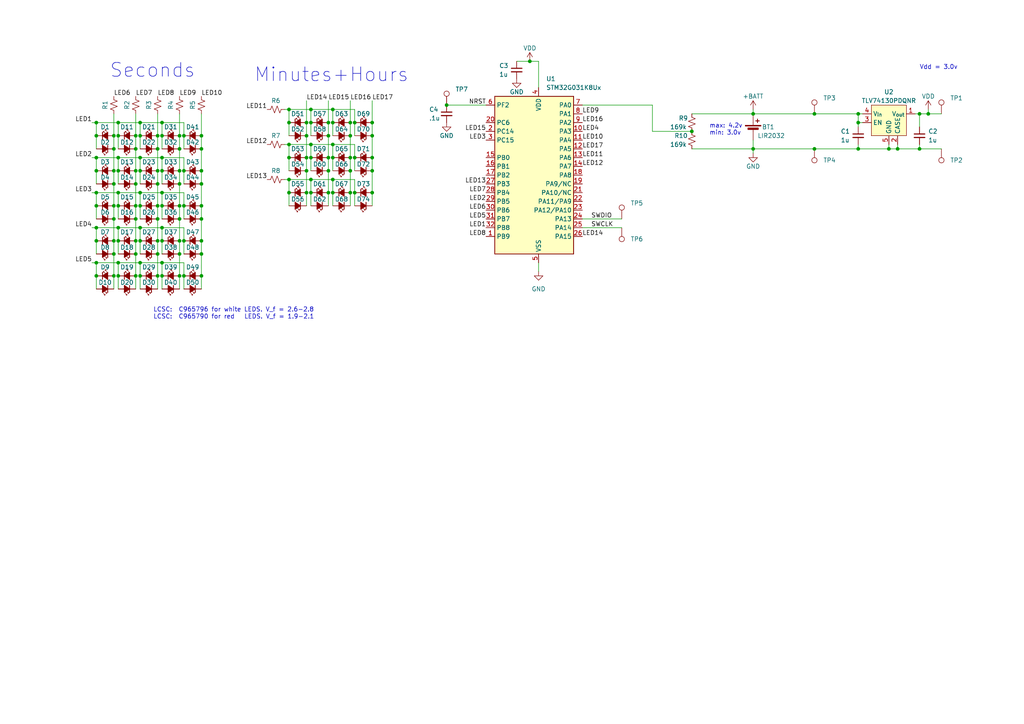
<source format=kicad_sch>
(kicad_sch (version 20230121) (generator eeschema)
  (paper "A4")
  (lib_symbols
    (symbol "Connector:TestPoint" (pin_numbers hide) (pin_names (offset 0.762) hide)
      (property "Reference" "TP" (at 0 6.858 0))
      (property "Value" "TestPoint" (at 0 5.08 0))
      (symbol "TestPoint_0_1"
        (circle (center 0 3.302) (radius 0.762))
      )
      (symbol "TestPoint_1_1"
        (pin passive line (at 0 0 90) (length 2.54) (name "1") (number "1"))
      )
    )
    (symbol "Device:Battery_Cell" (pin_numbers hide) (pin_names (offset 0) hide)
      (property "Reference" "BT" (at 2.54 2.54 0))
      (property "Value" "Battery_Cell" (at 2.54 0 0))
      (symbol "Battery_Cell_0_1"
        (rectangle (start -2.286 1.778) (end 2.286 1.524) (fill (type outline)))
        (rectangle (start -1.524 1.016) (end 1.524 0.508) (fill (type outline)))
        (polyline (pts (xy 0 0.762) (xy 0 0)))
        (polyline (pts (xy 0 1.778) (xy 0 2.54)))
        (polyline (pts (xy 0.762 3.048) (xy 1.778 3.048)) (stroke (width 0.254)))
        (polyline (pts (xy 1.27 3.556) (xy 1.27 2.54)) (stroke (width 0.254)))
      )
      (symbol "Battery_Cell_1_1"
        (pin passive line (at 0 5.08 270) (length 2.54) (name "+") (number "1"))
        (pin passive line (at 0 -2.54 90) (length 2.54) (name "-") (number "2"))
      )
    )
    (symbol "Device:C_Small" (pin_numbers hide) (pin_names (offset 0.254) hide)
      (property "Reference" "C" (at 0.254 1.778 0))
      (property "Value" "C_Small" (at 0.254 -2.032 0))
      (symbol "C_Small_0_1"
        (polyline (pts (xy -1.524 -0.508) (xy 1.524 -0.508)) (stroke (width 0.3302)))
        (polyline (pts (xy -1.524 0.508) (xy 1.524 0.508)) (stroke (width 0.3048)))
      )
      (symbol "C_Small_1_1"
        (pin passive line (at 0 2.54 270) (length 2.032) (name "~") (number "1"))
        (pin passive line (at 0 -2.54 90) (length 2.032) (name "~") (number "2"))
      )
    )
    (symbol "Device:LED_Small_Filled" (pin_numbers hide) (pin_names (offset 0.254) hide)
      (property "Reference" "D" (at -1.27 3.175 0))
      (property "Value" "LED_Small_Filled" (at -4.445 -2.54 0))
      (symbol "LED_Small_Filled_0_1"
        (polyline (pts (xy -0.762 -1.016) (xy -0.762 1.016)) (stroke (width 0.254)))
        (polyline (pts (xy 1.016 0) (xy -0.762 0)))
        (polyline (pts (xy 0.762 -1.016) (xy -0.762 0) (xy 0.762 1.016) (xy 0.762 -1.016)) (stroke (width 0.254)) (fill (type outline)))
        (polyline (pts (xy 0 0.762) (xy -0.508 1.27) (xy -0.254 1.27) (xy -0.508 1.27) (xy -0.508 1.016)))
        (polyline (pts (xy 0.508 1.27) (xy 0 1.778) (xy 0.254 1.778) (xy 0 1.778) (xy 0 1.524)))
      )
      (symbol "LED_Small_Filled_1_1"
        (pin passive line (at -2.54 0 0) (length 1.778) (name "K") (number "1"))
        (pin passive line (at 2.54 0 180) (length 1.778) (name "A") (number "2"))
      )
    )
    (symbol "Device:R_Small_US" (pin_numbers hide) (pin_names (offset 0.254) hide)
      (property "Reference" "R" (at 0.762 0.508 0))
      (property "Value" "R_Small_US" (at 0.762 -1.016 0))
      (symbol "R_Small_US_1_1"
        (polyline (pts (xy 0 0) (xy 1.016 -0.381) (xy 0 -0.762) (xy -1.016 -1.143) (xy 0 -1.524)))
        (polyline (pts (xy 0 1.524) (xy 1.016 1.143) (xy 0 0.762) (xy -1.016 0.381) (xy 0 0)))
        (pin passive line (at 0 2.54 270) (length 1.016) (name "~") (number "1"))
        (pin passive line (at 0 -2.54 90) (length 1.016) (name "~") (number "2"))
      )
    )
    (symbol "MCU_ST_STM32G0:STM32G031K8Ux"
      (property "Reference" "U" (at -10.16 24.13 0))
      (property "Value" "STM32G031K8Ux" (at 5.08 24.13 0))
      (symbol "STM32G031K8Ux_0_1"
        (rectangle (start -10.16 -22.86) (end 12.7 22.86) (stroke (width 0.254)) (fill (type background)))
      )
      (symbol "STM32G031K8Ux_1_1"
        (pin bidirectional line (at -12.7 -17.78 0) (length 2.54) (name "PB9") (number "1"))
        (pin bidirectional line (at 15.24 12.7 180) (length 2.54) (name "PA3") (number "10"))
        (pin bidirectional line (at 15.24 10.16 180) (length 2.54) (name "PA4") (number "11"))
        (pin bidirectional line (at 15.24 7.62 180) (length 2.54) (name "PA5") (number "12"))
        (pin bidirectional line (at 15.24 5.08 180) (length 2.54) (name "PA6") (number "13"))
        (pin bidirectional line (at 15.24 2.54 180) (length 2.54) (name "PA7") (number "14"))
        (pin bidirectional line (at -12.7 5.08 0) (length 2.54) (name "PB0") (number "15"))
        (pin bidirectional line (at -12.7 2.54 0) (length 2.54) (name "PB1") (number "16"))
        (pin bidirectional line (at -12.7 0 0) (length 2.54) (name "PB2") (number "17"))
        (pin bidirectional line (at 15.24 0 180) (length 2.54) (name "PA8") (number "18"))
        (pin bidirectional line (at 15.24 -2.54 180) (length 2.54) (name "PA9/NC") (number "19"))
        (pin bidirectional line (at -12.7 12.7 0) (length 2.54) (name "PC14") (number "2"))
        (pin bidirectional line (at -12.7 15.24 0) (length 2.54) (name "PC6") (number "20"))
        (pin bidirectional line (at 15.24 -5.08 180) (length 2.54) (name "PA10/NC") (number "21"))
        (pin bidirectional line (at 15.24 -7.62 180) (length 2.54) (name "PA11/PA9") (number "22"))
        (pin bidirectional line (at 15.24 -10.16 180) (length 2.54) (name "PA12/PA10") (number "23"))
        (pin bidirectional line (at 15.24 -12.7 180) (length 2.54) (name "PA13") (number "24"))
        (pin bidirectional line (at 15.24 -15.24 180) (length 2.54) (name "PA14") (number "25"))
        (pin bidirectional line (at 15.24 -17.78 180) (length 2.54) (name "PA15") (number "26"))
        (pin bidirectional line (at -12.7 -2.54 0) (length 2.54) (name "PB3") (number "27"))
        (pin bidirectional line (at -12.7 -5.08 0) (length 2.54) (name "PB4") (number "28"))
        (pin bidirectional line (at -12.7 -7.62 0) (length 2.54) (name "PB5") (number "29"))
        (pin bidirectional line (at -12.7 10.16 0) (length 2.54) (name "PC15") (number "3"))
        (pin bidirectional line (at -12.7 -10.16 0) (length 2.54) (name "PB6") (number "30"))
        (pin bidirectional line (at -12.7 -12.7 0) (length 2.54) (name "PB7") (number "31"))
        (pin bidirectional line (at -12.7 -15.24 0) (length 2.54) (name "PB8") (number "32"))
        (pin passive line (at 2.54 -25.4 90) (length 2.54) hide (name "VSS") (number "33"))
        (pin power_in line (at 2.54 25.4 270) (length 2.54) (name "VDD") (number "4"))
        (pin power_in line (at 2.54 -25.4 90) (length 2.54) (name "VSS") (number "5"))
        (pin bidirectional line (at -12.7 20.32 0) (length 2.54) (name "PF2") (number "6"))
        (pin bidirectional line (at 15.24 20.32 180) (length 2.54) (name "PA0") (number "7"))
        (pin bidirectional line (at 15.24 17.78 180) (length 2.54) (name "PA1") (number "8"))
        (pin bidirectional line (at 15.24 15.24 180) (length 2.54) (name "PA2") (number "9"))
      )
    )
    (symbol "power:+BATT" (power) (pin_names (offset 0))
      (property "Value" "+BATT" (at 0 3.556 0))
      (symbol "+BATT_0_1"
        (polyline (pts (xy -0.762 1.27) (xy 0 2.54)))
        (polyline (pts (xy 0 0) (xy 0 2.54)))
        (polyline (pts (xy 0 2.54) (xy 0.762 1.27)))
      )
      (symbol "+BATT_1_1"
        (pin power_in line (at 0 0 90) (length 0) hide (name "+BATT") (number "1"))
      )
    )
    (symbol "power:GND" (power) (pin_names (offset 0))
      (property "Value" "GND" (at 0 -3.81 0))
      (symbol "GND_0_1"
        (polyline (pts (xy 0 0) (xy 0 -1.27) (xy 1.27 -1.27) (xy 0 -2.54) (xy -1.27 -1.27) (xy 0 -1.27)))
      )
      (symbol "GND_1_1"
        (pin power_in line (at 0 0 270) (length 0) hide (name "GND") (number "1"))
      )
    )
    (symbol "power:VDD" (power) (pin_names (offset 0))
      (property "Value" "VDD" (at 0 3.81 0))
      (symbol "VDD_0_1"
        (polyline (pts (xy -0.762 1.27) (xy 0 2.54)))
        (polyline (pts (xy 0 0) (xy 0 2.54)))
        (polyline (pts (xy 0 2.54) (xy 0.762 1.27)))
      )
      (symbol "VDD_1_1"
        (pin power_in line (at 0 0 90) (length 0) hide (name "VDD") (number "1"))
      )
    )
    (symbol "symbol_library:TLV74130PDQNR"
      (property "Reference" "U" (at 0 2.54 0))
      (property "Value" "TLV74130PDQNR" (at 0 0 0))
      (symbol "TLV74130PDQNR_1_1"
        (rectangle (start -5.08 -1.27) (end 5.08 -10.16) (fill (type background)))
        (pin power_out line (at 7.62 -3.81 180) (length 2.54) (name "V_{out}") (number "1"))
        (pin power_in line (at 2.54 -12.7 90) (length 2.54) (name "CASE") (number "2"))
        (pin input line (at -7.62 -6.35 0) (length 2.54) (name "EN") (number "3"))
        (pin power_in line (at -7.62 -3.81 0) (length 2.54) (name "V_{in}") (number "4"))
        (pin power_in line (at 0 -12.7 90) (length 2.54) (name "GND") (number "5"))
      )
    )
  )
  (junction (at 53.34 49.53))
  (junction (at 33.02 59.69))
  (junction (at 45.72 43.18))
  (junction (at 34.29 49.53))
  (junction (at 58.42 73.66))
  (junction (at 96.52 35.56))
  (junction (at 95.25 39.37))
  (junction (at 27.94 80.01))
  (junction (at 96.52 45.72))
  (junction (at 40.64 69.85))
  (junction (at 83.82 41.91))
  (junction (at 46.99 76.2))
  (junction (at 39.37 53.34))
  (junction (at 95.25 35.56))
  (junction (at 33.02 43.18))
  (junction (at 34.29 66.04))
  (junction (at 58.42 63.5))
  (junction (at 34.29 69.85))
  (junction (at 107.95 45.72))
  (junction (at 27.94 76.2))
  (junction (at 53.34 39.37))
  (junction (at 83.82 52.07))
  (junction (at 46.99 80.01))
  (junction (at 88.9 55.88))
  (junction (at 45.72 39.37))
  (junction (at 257.81 43.18))
  (junction (at 52.07 73.66))
  (junction (at 102.87 45.72))
  (junction (at 107.95 55.88))
  (junction (at 33.02 49.53))
  (junction (at 46.99 35.56))
  (junction (at 90.17 55.88))
  (junction (at 88.9 49.53))
  (junction (at 39.37 63.5))
  (junction (at 58.42 53.34))
  (junction (at 40.64 55.88))
  (junction (at 248.92 35.56))
  (junction (at 58.42 59.69))
  (junction (at 96.52 55.88))
  (junction (at 95.25 49.53))
  (junction (at 96.52 52.07))
  (junction (at 101.6 39.37))
  (junction (at 58.42 49.53))
  (junction (at 58.42 80.01))
  (junction (at 236.22 33.02))
  (junction (at 58.42 39.37))
  (junction (at 39.37 73.66))
  (junction (at 46.99 39.37))
  (junction (at 52.07 69.85))
  (junction (at 53.34 69.85))
  (junction (at 39.37 49.53))
  (junction (at 90.17 31.75))
  (junction (at 34.29 76.2))
  (junction (at 269.24 33.02))
  (junction (at 83.82 31.75))
  (junction (at 45.72 73.66))
  (junction (at 266.7 43.18))
  (junction (at 153.67 17.78))
  (junction (at 52.07 53.34))
  (junction (at 27.94 66.04))
  (junction (at 27.94 45.72))
  (junction (at 96.52 31.75))
  (junction (at 52.07 59.69))
  (junction (at 45.72 53.34))
  (junction (at 39.37 39.37))
  (junction (at 40.64 80.01))
  (junction (at 83.82 45.72))
  (junction (at 90.17 41.91))
  (junction (at 33.02 69.85))
  (junction (at 107.95 35.56))
  (junction (at 52.07 63.5))
  (junction (at 46.99 45.72))
  (junction (at 34.29 45.72))
  (junction (at 34.29 80.01))
  (junction (at 90.17 52.07))
  (junction (at 34.29 39.37))
  (junction (at 52.07 39.37))
  (junction (at 27.94 49.53))
  (junction (at 40.64 35.56))
  (junction (at 96.52 41.91))
  (junction (at 53.34 59.69))
  (junction (at 45.72 49.53))
  (junction (at 90.17 35.56))
  (junction (at 101.6 35.56))
  (junction (at 88.9 45.72))
  (junction (at 33.02 63.5))
  (junction (at 83.82 55.88))
  (junction (at 129.54 30.48))
  (junction (at 34.29 35.56))
  (junction (at 40.64 59.69))
  (junction (at 33.02 53.34))
  (junction (at 95.25 55.88))
  (junction (at 200.66 38.1))
  (junction (at 46.99 55.88))
  (junction (at 40.64 76.2))
  (junction (at 102.87 35.56))
  (junction (at 95.25 45.72))
  (junction (at 45.72 80.01))
  (junction (at 107.95 49.53))
  (junction (at 102.87 55.88))
  (junction (at 34.29 55.88))
  (junction (at 33.02 80.01))
  (junction (at 58.42 43.18))
  (junction (at 88.9 35.56))
  (junction (at 266.7 33.02))
  (junction (at 34.29 59.69))
  (junction (at 45.72 63.5))
  (junction (at 45.72 69.85))
  (junction (at 27.94 59.69))
  (junction (at 101.6 49.53))
  (junction (at 33.02 39.37))
  (junction (at 260.35 43.18))
  (junction (at 248.92 43.18))
  (junction (at 33.02 73.66))
  (junction (at 46.99 66.04))
  (junction (at 27.94 55.88))
  (junction (at 53.34 80.01))
  (junction (at 40.64 66.04))
  (junction (at 52.07 43.18))
  (junction (at 107.95 39.37))
  (junction (at 46.99 59.69))
  (junction (at 236.22 43.18))
  (junction (at 58.42 69.85))
  (junction (at 27.94 69.85))
  (junction (at 218.44 33.02))
  (junction (at 39.37 80.01))
  (junction (at 101.6 45.72))
  (junction (at 40.64 49.53))
  (junction (at 88.9 39.37))
  (junction (at 248.92 33.02))
  (junction (at 40.64 45.72))
  (junction (at 46.99 69.85))
  (junction (at 52.07 49.53))
  (junction (at 27.94 39.37))
  (junction (at 45.72 59.69))
  (junction (at 52.07 80.01))
  (junction (at 83.82 35.56))
  (junction (at 39.37 43.18))
  (junction (at 40.64 39.37))
  (junction (at 27.94 35.56))
  (junction (at 90.17 45.72))
  (junction (at 101.6 55.88))
  (junction (at 39.37 69.85))
  (junction (at 39.37 59.69))
  (junction (at 218.44 43.18))
  (junction (at 46.99 49.53))
  (wire (pts (xy 266.7 43.18) (xy 273.05 43.18)))
  (wire (pts (xy 269.24 33.02) (xy 266.7 33.02)))
  (wire (pts (xy 39.37 49.53) (xy 39.37 53.34)))
  (wire (pts (xy 83.82 31.75) (xy 90.17 31.75)))
  (wire (pts (xy 34.29 55.88) (xy 34.29 59.69)))
  (wire (pts (xy 83.82 35.56) (xy 83.82 39.37)))
  (wire (pts (xy 34.29 66.04) (xy 40.64 66.04)))
  (wire (pts (xy 102.87 55.88) (xy 102.87 59.69)))
  (wire (pts (xy 95.25 29.21) (xy 95.25 35.56)))
  (wire (pts (xy 53.34 45.72) (xy 53.34 49.53)))
  (wire (pts (xy 46.99 45.72) (xy 46.99 49.53)))
  (wire (pts (xy 53.34 49.53) (xy 53.34 53.34)))
  (wire (pts (xy 58.42 53.34) (xy 58.42 59.69)))
  (wire (pts (xy 33.02 59.69) (xy 33.02 63.5)))
  (wire (pts (xy 96.52 45.72) (xy 96.52 49.53)))
  (wire (pts (xy 218.44 43.18) (xy 218.44 40.64)))
  (wire (pts (xy 34.29 39.37) (xy 34.29 43.18)))
  (wire (pts (xy 40.64 76.2) (xy 46.99 76.2)))
  (wire (pts (xy 27.94 55.88) (xy 27.94 59.69)))
  (wire (pts (xy 96.52 55.88) (xy 96.52 59.69)))
  (wire (pts (xy 34.29 76.2) (xy 34.29 80.01)))
  (wire (pts (xy 34.29 80.01) (xy 34.29 83.82)))
  (wire (pts (xy 40.64 80.01) (xy 40.64 83.82)))
  (wire (pts (xy 40.64 59.69) (xy 40.64 63.5)))
  (wire (pts (xy 53.34 66.04) (xy 53.34 69.85)))
  (wire (pts (xy 156.21 17.78) (xy 156.21 25.4)))
  (wire (pts (xy 101.6 39.37) (xy 101.6 45.72)))
  (wire (pts (xy 96.52 41.91) (xy 96.52 45.72)))
  (wire (pts (xy 102.87 31.75) (xy 102.87 35.56)))
  (wire (pts (xy 27.94 49.53) (xy 27.94 53.34)))
  (wire (pts (xy 83.82 52.07) (xy 83.82 55.88)))
  (wire (pts (xy 46.99 35.56) (xy 53.34 35.56)))
  (wire (pts (xy 40.64 55.88) (xy 40.64 59.69)))
  (wire (pts (xy 269.24 33.02) (xy 273.05 33.02)))
  (wire (pts (xy 46.99 49.53) (xy 46.99 53.34)))
  (wire (pts (xy 236.22 43.18) (xy 248.92 43.18)))
  (wire (pts (xy 45.72 63.5) (xy 45.72 69.85)))
  (wire (pts (xy 34.29 55.88) (xy 40.64 55.88)))
  (wire (pts (xy 40.64 45.72) (xy 40.64 49.53)))
  (wire (pts (xy 33.02 63.5) (xy 33.02 69.85)))
  (wire (pts (xy 27.94 35.56) (xy 27.94 39.37)))
  (wire (pts (xy 218.44 33.02) (xy 236.22 33.02)))
  (wire (pts (xy 53.34 35.56) (xy 53.34 39.37)))
  (wire (pts (xy 90.17 35.56) (xy 90.17 39.37)))
  (wire (pts (xy 45.72 49.53) (xy 45.72 53.34)))
  (wire (pts (xy 96.52 41.91) (xy 102.87 41.91)))
  (wire (pts (xy 45.72 59.69) (xy 45.72 63.5)))
  (wire (pts (xy 40.64 35.56) (xy 40.64 39.37)))
  (wire (pts (xy 58.42 39.37) (xy 58.42 43.18)))
  (wire (pts (xy 33.02 43.18) (xy 33.02 49.53)))
  (wire (pts (xy 40.64 45.72) (xy 46.99 45.72)))
  (wire (pts (xy 52.07 33.02) (xy 52.07 39.37)))
  (wire (pts (xy 83.82 31.75) (xy 83.82 35.56)))
  (wire (pts (xy 95.25 55.88) (xy 95.25 59.69)))
  (wire (pts (xy 52.07 80.01) (xy 52.07 83.82)))
  (wire (pts (xy 88.9 39.37) (xy 88.9 45.72)))
  (wire (pts (xy 248.92 33.02) (xy 250.19 33.02)))
  (wire (pts (xy 269.24 31.75) (xy 269.24 33.02)))
  (wire (pts (xy 53.34 39.37) (xy 53.34 43.18)))
  (wire (pts (xy 39.37 73.66) (xy 39.37 80.01)))
  (wire (pts (xy 88.9 35.56) (xy 88.9 39.37)))
  (wire (pts (xy 40.64 35.56) (xy 46.99 35.56)))
  (wire (pts (xy 40.64 55.88) (xy 46.99 55.88)))
  (wire (pts (xy 46.99 55.88) (xy 53.34 55.88)))
  (wire (pts (xy 34.29 66.04) (xy 34.29 69.85)))
  (wire (pts (xy 189.23 38.1) (xy 200.66 38.1)))
  (wire (pts (xy 58.42 73.66) (xy 58.42 80.01)))
  (wire (pts (xy 45.72 69.85) (xy 45.72 73.66)))
  (wire (pts (xy 90.17 31.75) (xy 96.52 31.75)))
  (wire (pts (xy 45.72 53.34) (xy 45.72 59.69)))
  (wire (pts (xy 26.67 55.88) (xy 27.94 55.88)))
  (wire (pts (xy 39.37 53.34) (xy 39.37 59.69)))
  (wire (pts (xy 83.82 41.91) (xy 90.17 41.91)))
  (wire (pts (xy 82.55 41.91) (xy 83.82 41.91)))
  (wire (pts (xy 168.91 66.04) (xy 180.34 66.04)))
  (wire (pts (xy 95.25 35.56) (xy 95.25 39.37)))
  (wire (pts (xy 26.67 35.56) (xy 27.94 35.56)))
  (wire (pts (xy 52.07 69.85) (xy 52.07 73.66)))
  (wire (pts (xy 40.64 66.04) (xy 40.64 69.85)))
  (wire (pts (xy 58.42 69.85) (xy 58.42 73.66)))
  (wire (pts (xy 107.95 35.56) (xy 107.95 39.37)))
  (wire (pts (xy 26.67 76.2) (xy 27.94 76.2)))
  (wire (pts (xy 88.9 29.21) (xy 88.9 35.56)))
  (wire (pts (xy 52.07 43.18) (xy 52.07 49.53)))
  (wire (pts (xy 27.94 66.04) (xy 27.94 69.85)))
  (wire (pts (xy 53.34 55.88) (xy 53.34 59.69)))
  (wire (pts (xy 58.42 63.5) (xy 58.42 69.85)))
  (wire (pts (xy 27.94 45.72) (xy 34.29 45.72)))
  (wire (pts (xy 40.64 69.85) (xy 40.64 73.66)))
  (wire (pts (xy 88.9 55.88) (xy 88.9 59.69)))
  (wire (pts (xy 46.99 66.04) (xy 46.99 69.85)))
  (wire (pts (xy 52.07 63.5) (xy 52.07 69.85)))
  (wire (pts (xy 52.07 53.34) (xy 52.07 59.69)))
  (wire (pts (xy 102.87 52.07) (xy 102.87 55.88)))
  (wire (pts (xy 27.94 45.72) (xy 27.94 49.53)))
  (wire (pts (xy 45.72 73.66) (xy 45.72 80.01)))
  (wire (pts (xy 53.34 80.01) (xy 53.34 83.82)))
  (wire (pts (xy 39.37 43.18) (xy 39.37 49.53)))
  (wire (pts (xy 96.52 31.75) (xy 96.52 35.56)))
  (wire (pts (xy 27.94 35.56) (xy 34.29 35.56)))
  (wire (pts (xy 218.44 44.45) (xy 218.44 43.18)))
  (wire (pts (xy 40.64 66.04) (xy 46.99 66.04)))
  (wire (pts (xy 88.9 49.53) (xy 88.9 55.88)))
  (wire (pts (xy 168.91 30.48) (xy 189.23 30.48)))
  (wire (pts (xy 96.52 31.75) (xy 102.87 31.75)))
  (wire (pts (xy 33.02 49.53) (xy 33.02 53.34)))
  (wire (pts (xy 107.95 29.21) (xy 107.95 35.56)))
  (wire (pts (xy 218.44 31.75) (xy 218.44 33.02)))
  (wire (pts (xy 45.72 33.02) (xy 45.72 39.37)))
  (wire (pts (xy 153.67 17.78) (xy 156.21 17.78)))
  (wire (pts (xy 83.82 55.88) (xy 83.82 59.69)))
  (wire (pts (xy 88.9 45.72) (xy 88.9 49.53)))
  (wire (pts (xy 82.55 31.75) (xy 83.82 31.75)))
  (wire (pts (xy 33.02 69.85) (xy 33.02 73.66)))
  (wire (pts (xy 26.67 45.72) (xy 27.94 45.72)))
  (wire (pts (xy 101.6 35.56) (xy 101.6 39.37)))
  (wire (pts (xy 248.92 43.18) (xy 248.92 41.91)))
  (wire (pts (xy 26.67 66.04) (xy 27.94 66.04)))
  (wire (pts (xy 83.82 45.72) (xy 83.82 49.53)))
  (wire (pts (xy 83.82 52.07) (xy 90.17 52.07)))
  (wire (pts (xy 156.21 76.2) (xy 156.21 78.74)))
  (wire (pts (xy 101.6 55.88) (xy 101.6 59.69)))
  (wire (pts (xy 34.29 49.53) (xy 34.29 53.34)))
  (wire (pts (xy 257.81 43.18) (xy 260.35 43.18)))
  (wire (pts (xy 90.17 55.88) (xy 90.17 59.69)))
  (wire (pts (xy 266.7 43.18) (xy 266.7 41.91)))
  (wire (pts (xy 27.94 80.01) (xy 27.94 83.82)))
  (wire (pts (xy 101.6 29.21) (xy 101.6 35.56)))
  (wire (pts (xy 107.95 49.53) (xy 107.95 55.88)))
  (wire (pts (xy 39.37 59.69) (xy 39.37 63.5)))
  (wire (pts (xy 90.17 52.07) (xy 96.52 52.07)))
  (wire (pts (xy 82.55 52.07) (xy 83.82 52.07)))
  (wire (pts (xy 46.99 35.56) (xy 46.99 39.37)))
  (wire (pts (xy 58.42 80.01) (xy 58.42 83.82)))
  (wire (pts (xy 90.17 41.91) (xy 90.17 45.72)))
  (wire (pts (xy 39.37 80.01) (xy 39.37 83.82)))
  (wire (pts (xy 107.95 55.88) (xy 107.95 59.69)))
  (wire (pts (xy 95.25 49.53) (xy 95.25 55.88)))
  (wire (pts (xy 33.02 39.37) (xy 33.02 43.18)))
  (wire (pts (xy 95.25 39.37) (xy 95.25 45.72)))
  (wire (pts (xy 39.37 69.85) (xy 39.37 73.66)))
  (wire (pts (xy 27.94 76.2) (xy 27.94 80.01)))
  (wire (pts (xy 129.54 30.48) (xy 140.97 30.48)))
  (wire (pts (xy 40.64 49.53) (xy 40.64 53.34)))
  (wire (pts (xy 27.94 39.37) (xy 27.94 43.18)))
  (wire (pts (xy 33.02 80.01) (xy 33.02 83.82)))
  (wire (pts (xy 101.6 45.72) (xy 101.6 49.53)))
  (wire (pts (xy 260.35 41.91) (xy 260.35 43.18)))
  (wire (pts (xy 218.44 43.18) (xy 236.22 43.18)))
  (wire (pts (xy 266.7 33.02) (xy 265.43 33.02)))
  (wire (pts (xy 257.81 41.91) (xy 257.81 43.18)))
  (wire (pts (xy 200.66 43.18) (xy 218.44 43.18)))
  (wire (pts (xy 45.72 39.37) (xy 45.72 43.18)))
  (wire (pts (xy 34.29 45.72) (xy 34.29 49.53)))
  (wire (pts (xy 52.07 59.69) (xy 52.07 63.5)))
  (wire (pts (xy 27.94 55.88) (xy 34.29 55.88)))
  (wire (pts (xy 52.07 49.53) (xy 52.07 53.34)))
  (wire (pts (xy 46.99 39.37) (xy 46.99 43.18)))
  (wire (pts (xy 102.87 45.72) (xy 102.87 49.53)))
  (wire (pts (xy 53.34 59.69) (xy 53.34 63.5)))
  (wire (pts (xy 266.7 33.02) (xy 266.7 36.83)))
  (wire (pts (xy 33.02 33.02) (xy 33.02 39.37)))
  (wire (pts (xy 248.92 33.02) (xy 248.92 35.56)))
  (wire (pts (xy 58.42 49.53) (xy 58.42 53.34)))
  (wire (pts (xy 102.87 41.91) (xy 102.87 45.72)))
  (wire (pts (xy 248.92 36.83) (xy 248.92 35.56)))
  (wire (pts (xy 96.52 52.07) (xy 96.52 55.88)))
  (wire (pts (xy 53.34 76.2) (xy 53.34 80.01)))
  (wire (pts (xy 27.94 69.85) (xy 27.94 73.66)))
  (wire (pts (xy 58.42 59.69) (xy 58.42 63.5)))
  (wire (pts (xy 58.42 43.18) (xy 58.42 49.53)))
  (wire (pts (xy 107.95 45.72) (xy 107.95 49.53)))
  (wire (pts (xy 189.23 30.48) (xy 189.23 38.1)))
  (wire (pts (xy 34.29 69.85) (xy 34.29 73.66)))
  (wire (pts (xy 46.99 80.01) (xy 46.99 83.82)))
  (wire (pts (xy 33.02 53.34) (xy 33.02 59.69)))
  (wire (pts (xy 46.99 76.2) (xy 53.34 76.2)))
  (wire (pts (xy 46.99 55.88) (xy 46.99 59.69)))
  (wire (pts (xy 52.07 73.66) (xy 52.07 80.01)))
  (wire (pts (xy 53.34 69.85) (xy 53.34 73.66)))
  (wire (pts (xy 34.29 59.69) (xy 34.29 63.5)))
  (wire (pts (xy 95.25 45.72) (xy 95.25 49.53)))
  (wire (pts (xy 90.17 52.07) (xy 90.17 55.88)))
  (wire (pts (xy 45.72 80.01) (xy 45.72 83.82)))
  (wire (pts (xy 90.17 31.75) (xy 90.17 35.56)))
  (wire (pts (xy 90.17 45.72) (xy 90.17 49.53)))
  (wire (pts (xy 83.82 41.91) (xy 83.82 45.72)))
  (wire (pts (xy 34.29 35.56) (xy 40.64 35.56)))
  (wire (pts (xy 33.02 73.66) (xy 33.02 80.01)))
  (wire (pts (xy 102.87 35.56) (xy 102.87 39.37)))
  (wire (pts (xy 34.29 45.72) (xy 40.64 45.72)))
  (wire (pts (xy 46.99 66.04) (xy 53.34 66.04)))
  (wire (pts (xy 101.6 49.53) (xy 101.6 55.88)))
  (wire (pts (xy 40.64 39.37) (xy 40.64 43.18)))
  (wire (pts (xy 200.66 33.02) (xy 218.44 33.02)))
  (wire (pts (xy 96.52 52.07) (xy 102.87 52.07)))
  (wire (pts (xy 236.22 33.02) (xy 248.92 33.02)))
  (wire (pts (xy 27.94 66.04) (xy 34.29 66.04)))
  (wire (pts (xy 260.35 43.18) (xy 266.7 43.18)))
  (wire (pts (xy 52.07 39.37) (xy 52.07 43.18)))
  (wire (pts (xy 149.86 17.78) (xy 153.67 17.78)))
  (wire (pts (xy 46.99 76.2) (xy 46.99 80.01)))
  (wire (pts (xy 90.17 41.91) (xy 96.52 41.91)))
  (wire (pts (xy 58.42 33.02) (xy 58.42 39.37)))
  (wire (pts (xy 107.95 39.37) (xy 107.95 45.72)))
  (wire (pts (xy 34.29 35.56) (xy 34.29 39.37)))
  (wire (pts (xy 248.92 43.18) (xy 257.81 43.18)))
  (wire (pts (xy 34.29 76.2) (xy 40.64 76.2)))
  (wire (pts (xy 248.92 35.56) (xy 250.19 35.56)))
  (wire (pts (xy 46.99 69.85) (xy 46.99 73.66)))
  (wire (pts (xy 39.37 63.5) (xy 39.37 69.85)))
  (wire (pts (xy 96.52 35.56) (xy 96.52 39.37)))
  (wire (pts (xy 40.64 76.2) (xy 40.64 80.01)))
  (wire (pts (xy 27.94 59.69) (xy 27.94 63.5)))
  (wire (pts (xy 39.37 33.02) (xy 39.37 39.37)))
  (wire (pts (xy 46.99 59.69) (xy 46.99 63.5)))
  (wire (pts (xy 45.72 43.18) (xy 45.72 49.53)))
  (wire (pts (xy 46.99 45.72) (xy 53.34 45.72)))
  (wire (pts (xy 39.37 39.37) (xy 39.37 43.18)))
  (wire (pts (xy 168.91 63.5) (xy 180.34 63.5)))
  (wire (pts (xy 27.94 76.2) (xy 34.29 76.2)))
  (text "Seconds" (at 31.75 22.86 0) (effects (font (size 4 4)) (justify left bottom)))
  (text "Vdd = 3.0v" (at 266.7 20.32 0) (effects (font (size 1.27 1.27)) (justify left bottom)))
  (text "max: 4.2v\nmin: 3.0v" (at 205.74 39.37 0) (effects (font (size 1.27 1.27)) (justify left bottom)))
  (text "Minutes+Hours\n" (at 73.66 24.13 0) (effects (font (size 4 4)) (justify left bottom)))
  (text "LCSC:  C965796 for white LEDS. V_f = 2.6-2.8\nLCSC:  C965790 for red   LEDS. V_f = 1.9-2.1" (at 44.45 92.71 0) (effects (font (size 1.27 1.27)) (justify left bottom)))
  (label "NRST" (at 140.97 30.48 180))
  (label "LED7" (at 140.97 55.88 180))
  (label "LED6" (at 140.97 60.96 180))
  (label "LED8" (at 140.97 68.58 180))
  (label "LED4" (at 168.91 38.1 0))
  (label "LED6" (at 33.02 27.94 0))
  (label "LED8" (at 45.72 27.94 0))
  (label "LED13" (at 140.97 53.34 180))
  (label "LED5" (at 26.67 76.2 180))
  (label "LED17" (at 168.91 43.18 0))
  (label "LED7" (at 39.37 27.94 0))
  (label "LED10" (at 58.42 27.94 0))
  (label "LED9" (at 52.07 27.94 0))
  (label "LED16" (at 168.91 35.56 0))
  (label "LED10" (at 168.91 40.64 0))
  (label "LED15" (at 140.97 38.1 180))
  (label "LED15" (at 95.25 29.21 0))
  (label "LED2" (at 140.97 58.42 180))
  (label "LED9" (at 168.91 33.02 0))
  (label "LED5" (at 140.97 63.5 180))
  (label "SWDIO" (at 171.45 63.5 0))
  (label "SWCLK" (at 171.45 66.04 0))
  (label "LED11" (at 77.47 31.75 180))
  (label "LED13" (at 77.47 52.07 180))
  (label "LED12" (at 168.91 48.26 0))
  (label "LED1" (at 140.97 66.04 180))
  (label "LED14" (at 88.9 29.21 0))
  (label "LED2" (at 26.67 45.72 180))
  (label "LED1" (at 26.67 35.56 180))
  (label "LED3" (at 140.97 40.64 180))
  (label "LED16" (at 101.6 29.21 0))
  (label "LED14" (at 168.91 68.58 0))
  (label "LED17" (at 107.95 29.21 0))
  (label "LED11" (at 168.91 45.72 0))
  (label "LED3" (at 26.67 55.88 180))
  (label "LED4" (at 26.67 66.04 180))
  (label "LED12" (at 77.47 41.91 180))
  (symbol (lib_id "power:+BATT") (at 218.44 31.75 0) (unit 1)
    (property "Reference" "#PWR03" (effects hide))
    (property "Value" "+BATT" (at 218.44 27.94 0))
  )
  (symbol (lib_id "Connector:TestPoint") (at 129.54 30.48 0) (unit 1)
    (property "Reference" "TP7" (at 132.08 25.908 0) (effects (justify left)))
    (property "Value" "TestPoint" (effects hide))
    (property "Footprint" "footprints:testpoint_better" (effects hide))
  )
  (symbol (lib_id "Device:LED_Small_Filled") (at 86.36 49.53 180) (unit 1)
    (property "Reference" "D54" (at 86.36 47.625 0))
    (property "Value" "LED_Small_Filled" (effects hide))
    (property "Footprint" "footprints:LED_0402_nosilk" (effects hide))
  )
  (symbol (lib_id "Device:LED_Small_Filled") (at 30.48 43.18 180) (unit 1)
    (property "Reference" "D2" (at 30.48 41.275 0))
    (property "Value" "LED_Small_Filled" (effects hide))
    (property "Footprint" "footprints:LED_0402_nosilk" (effects hide))
  )
  (symbol (lib_id "Device:LED_Small_Filled") (at 36.83 69.85 0) (unit 1)
    (property "Reference" "D17" (at 36.83 67.31 0))
    (property "Value" "LED_Small_Filled" (effects hide))
    (property "Footprint" "footprints:LED_0402_nosilk" (effects hide))
  )
  (symbol (lib_id "Device:LED_Small_Filled") (at 105.41 59.69 180) (unit 1)
    (property "Reference" "D74" (at 105.41 57.785 0))
    (property "Value" "LED_Small_Filled" (effects hide))
    (property "Footprint" "footprints:LED_0402_nosilk" (effects hide))
  )
  (symbol (lib_id "Device:LED_Small_Filled") (at 49.53 73.66 180) (unit 1)
    (property "Reference" "D38" (at 49.53 71.755 0))
    (property "Value" "LED_Small_Filled" (effects hide))
    (property "Footprint" "footprints:LED_0402_nosilk" (effects hide))
  )
  (symbol (lib_id "Device:LED_Small_Filled") (at 92.71 59.69 180) (unit 1)
    (property "Reference" "D62" (at 92.71 57.785 0))
    (property "Value" "LED_Small_Filled" (effects hide))
    (property "Footprint" "footprints:LED_0402_nosilk" (effects hide))
  )
  (symbol (lib_id "Device:LED_Small_Filled") (at 49.53 43.18 180) (unit 1)
    (property "Reference" "D32" (at 49.53 41.275 0))
    (property "Value" "LED_Small_Filled" (effects hide))
    (property "Footprint" "footprints:LED_0402_nosilk" (effects hide))
  )
  (symbol (lib_id "power:GND") (at 156.21 78.74 0) (unit 1)
    (property "Reference" "#PWR02" (effects hide))
    (property "Value" "GND" (at 156.21 83.82 0))
  )
  (symbol (lib_id "power:GND") (at 129.54 35.56 0) (unit 1)
    (property "Reference" "#PWR06" (effects hide))
    (property "Value" "GND" (at 129.54 39.37 0))
  )
  (symbol (lib_id "Device:LED_Small_Filled") (at 99.06 35.56 0) (unit 1)
    (property "Reference" "D63" (at 99.06 33.02 0))
    (property "Value" "LED_Small_Filled" (effects hide))
    (property "Footprint" "footprints:LED_0402_nosilk" (effects hide))
  )
  (symbol (lib_id "Device:LED_Small_Filled") (at 36.83 59.69 0) (unit 1)
    (property "Reference" "D15" (at 36.83 57.15 0))
    (property "Value" "LED_Small_Filled" (effects hide))
    (property "Footprint" "footprints:LED_0402_nosilk" (effects hide))
  )
  (symbol (lib_id "Connector:TestPoint") (at 180.34 63.5 0) (unit 1)
    (property "Reference" "TP5" (at 182.88 58.928 0) (effects (justify left)))
    (property "Value" "TestPoint" (effects hide))
    (property "Footprint" "footprints:testpoint_better" (effects hide))
  )
  (symbol (lib_id "Device:LED_Small_Filled") (at 30.48 49.53 0) (unit 1)
    (property "Reference" "D3" (at 30.48 46.99 0))
    (property "Value" "LED_Small_Filled" (effects hide))
    (property "Footprint" "footprints:LED_0402_nosilk" (effects hide))
  )
  (symbol (lib_id "Device:LED_Small_Filled") (at 30.48 59.69 0) (unit 1)
    (property "Reference" "D5" (at 30.48 57.15 0))
    (property "Value" "LED_Small_Filled" (effects hide))
    (property "Footprint" "footprints:LED_0402_nosilk" (effects hide))
  )
  (symbol (lib_id "Device:LED_Small_Filled") (at 99.06 55.88 0) (unit 1)
    (property "Reference" "D67" (at 99.06 53.34 0))
    (property "Value" "LED_Small_Filled" (effects hide))
    (property "Footprint" "footprints:LED_0402_nosilk" (effects hide))
  )
  (symbol (lib_id "Device:LED_Small_Filled") (at 49.53 53.34 180) (unit 1)
    (property "Reference" "D34" (at 49.53 51.435 0))
    (property "Value" "LED_Small_Filled" (effects hide))
    (property "Footprint" "footprints:LED_0402_nosilk" (effects hide))
  )
  (symbol (lib_id "Device:LED_Small_Filled") (at 105.41 49.53 180) (unit 1)
    (property "Reference" "D72" (at 105.41 47.625 0))
    (property "Value" "LED_Small_Filled" (effects hide))
    (property "Footprint" "footprints:LED_0402_nosilk" (effects hide))
  )
  (symbol (lib_id "Device:LED_Small_Filled") (at 86.36 55.88 0) (unit 1)
    (property "Reference" "D55" (at 86.36 53.34 0))
    (property "Value" "LED_Small_Filled" (effects hide))
    (property "Footprint" "footprints:LED_0402_nosilk" (effects hide))
  )
  (symbol (lib_id "Device:LED_Small_Filled") (at 55.88 69.85 0) (unit 1)
    (property "Reference" "D47" (at 55.88 67.31 0))
    (property "Value" "LED_Small_Filled" (effects hide))
    (property "Footprint" "footprints:LED_0402_nosilk" (effects hide))
  )
  (symbol (lib_id "Device:LED_Small_Filled") (at 99.06 45.72 0) (unit 1)
    (property "Reference" "D65" (at 99.06 43.18 0))
    (property "Value" "LED_Small_Filled" (effects hide))
    (property "Footprint" "footprints:LED_0402_nosilk" (effects hide))
  )
  (symbol (lib_id "Connector:TestPoint") (at 180.34 66.04 180) (unit 1)
    (property "Reference" "TP6" (at 182.88 69.342 0) (effects (justify right)))
    (property "Value" "TestPoint" (effects hide))
    (property "Footprint" "footprints:testpoint_better" (effects hide))
  )
  (symbol (lib_id "Device:LED_Small_Filled") (at 49.53 49.53 0) (unit 1)
    (property "Reference" "D33" (at 49.53 46.99 0))
    (property "Value" "LED_Small_Filled" (effects hide))
    (property "Footprint" "footprints:LED_0402_nosilk" (effects hide))
  )
  (symbol (lib_id "Device:LED_Small_Filled") (at 43.18 43.18 180) (unit 1)
    (property "Reference" "D22" (at 43.18 41.275 0))
    (property "Value" "LED_Small_Filled" (effects hide))
    (property "Footprint" "footprints:LED_0402_nosilk" (effects hide))
  )
  (symbol (lib_id "Device:LED_Small_Filled") (at 99.06 39.37 180) (unit 1)
    (property "Reference" "D64" (at 99.06 37.465 0))
    (property "Value" "LED_Small_Filled" (effects hide))
    (property "Footprint" "footprints:LED_0402_nosilk" (effects hide))
  )
  (symbol (lib_id "Device:LED_Small_Filled") (at 105.41 45.72 0) (unit 1)
    (property "Reference" "D71" (at 105.41 43.18 0))
    (property "Value" "LED_Small_Filled" (effects hide))
    (property "Footprint" "footprints:LED_0402_nosilk" (effects hide))
  )
  (symbol (lib_id "symbol_library:TLV74130PDQNR") (at 257.81 29.21 0) (unit 1)
    (property "Reference" "U2" (at 257.81 26.67 0))
    (property "Value" "TLV74130PDQNR" (at 257.81 29.21 0))
    (property "Footprint" "footprints:Texas_X2SON_nosilk" (effects hide))
  )
  (symbol (lib_id "Device:LED_Small_Filled") (at 43.18 73.66 180) (unit 1)
    (property "Reference" "D28" (at 43.18 71.755 0))
    (property "Value" "LED_Small_Filled" (effects hide))
    (property "Footprint" "footprints:LED_0402_nosilk" (effects hide))
  )
  (symbol (lib_id "Device:LED_Small_Filled") (at 43.18 53.34 180) (unit 1)
    (property "Reference" "D24" (at 43.18 51.435 0))
    (property "Value" "LED_Small_Filled" (effects hide))
    (property "Footprint" "footprints:LED_0402_nosilk" (effects hide))
  )
  (symbol (lib_id "Device:LED_Small_Filled") (at 86.36 39.37 180) (unit 1)
    (property "Reference" "D52" (at 86.36 37.465 0))
    (property "Value" "LED_Small_Filled" (effects hide))
    (property "Footprint" "footprints:LED_0402_nosilk" (effects hide))
  )
  (symbol (lib_id "Device:LED_Small_Filled") (at 92.71 39.37 180) (unit 1)
    (property "Reference" "D58" (at 92.71 37.465 0))
    (property "Value" "LED_Small_Filled" (effects hide))
    (property "Footprint" "footprints:LED_0402_nosilk" (effects hide))
  )
  (symbol (lib_id "power:GND") (at 218.44 44.45 0) (unit 1)
    (property "Reference" "#PWR04" (effects hide))
    (property "Value" "GND" (at 218.44 48.26 0))
  )
  (symbol (lib_id "Device:R_Small_US") (at 45.72 30.48 180) (unit 1)
    (property "Reference" "R3" (at 43.18 30.48 90))
    (property "Value" "R_Small_US" (effects hide))
    (property "Footprint" "footprints:R_0402_nosilk_square" (effects hide))
  )
  (symbol (lib_id "Device:LED_Small_Filled") (at 36.83 49.53 0) (unit 1)
    (property "Reference" "D13" (at 36.83 46.99 0))
    (property "Value" "LED_Small_Filled" (effects hide))
    (property "Footprint" "footprints:LED_0402_nosilk" (effects hide))
  )
  (symbol (lib_id "Device:LED_Small_Filled") (at 86.36 59.69 180) (unit 1)
    (property "Reference" "D56" (at 86.36 57.785 0))
    (property "Value" "LED_Small_Filled" (effects hide))
    (property "Footprint" "footprints:LED_0402_nosilk" (effects hide))
  )
  (symbol (lib_id "Connector:TestPoint") (at 236.22 43.18 180) (unit 1)
    (property "Reference" "TP4" (at 238.76 46.482 0) (effects (justify right)))
    (property "Value" "TestPoint" (effects hide))
    (property "Footprint" "footprints:testpoint_better_square" (effects hide))
  )
  (symbol (lib_id "Device:LED_Small_Filled") (at 36.83 43.18 180) (unit 1)
    (property "Reference" "D12" (at 36.83 41.275 0))
    (property "Value" "LED_Small_Filled" (effects hide))
    (property "Footprint" "footprints:LED_0402_nosilk" (effects hide))
  )
  (symbol (lib_id "Device:LED_Small_Filled") (at 43.18 80.01 0) (unit 1)
    (property "Reference" "D29" (at 43.18 77.47 0))
    (property "Value" "LED_Small_Filled" (effects hide))
    (property "Footprint" "footprints:LED_0402_nosilk" (effects hide))
  )
  (symbol (lib_id "Device:LED_Small_Filled") (at 92.71 49.53 180) (unit 1)
    (property "Reference" "D60" (at 92.71 47.625 0))
    (property "Value" "LED_Small_Filled" (effects hide))
    (property "Footprint" "footprints:LED_0402_nosilk" (effects hide))
  )
  (symbol (lib_id "Device:R_Small_US") (at 80.01 52.07 90) (unit 1)
    (property "Reference" "R8" (at 80.01 49.53 90))
    (property "Value" "R_Small_US" (effects hide))
    (property "Footprint" "footprints:R_0402_nosilk" (effects hide))
  )
  (symbol (lib_id "Device:R_Small_US") (at 39.37 30.48 180) (unit 1)
    (property "Reference" "R2" (at 36.83 30.48 90))
    (property "Value" "R_Small_US" (effects hide))
    (property "Footprint" "footprints:R_0402_nosilk_square" (effects hide))
  )
  (symbol (lib_id "Device:LED_Small_Filled") (at 36.83 63.5 180) (unit 1)
    (property "Reference" "D16" (at 36.83 61.595 0))
    (property "Value" "LED_Small_Filled" (effects hide))
    (property "Footprint" "footprints:LED_0402_nosilk" (effects hide))
  )
  (symbol (lib_id "Device:LED_Small_Filled") (at 55.88 80.01 0) (unit 1)
    (property "Reference" "D49" (at 55.88 77.47 0))
    (property "Value" "LED_Small_Filled" (effects hide))
    (property "Footprint" "footprints:LED_0402_nosilk" (effects hide))
  )
  (symbol (lib_id "Device:LED_Small_Filled") (at 30.48 80.01 0) (unit 1)
    (property "Reference" "D9" (at 30.48 77.47 0))
    (property "Value" "LED_Small_Filled" (effects hide))
    (property "Footprint" "footprints:LED_0402_nosilk" (effects hide))
  )
  (symbol (lib_id "Device:Battery_Cell") (at 218.44 38.1 0) (unit 1)
    (property "Reference" "BT1" (at 220.98 36.83 0) (effects (justify left)))
    (property "Value" "LIR2032" (at 219.71 39.37 0) (effects (justify left)))
    (property "Footprint" "footprints:bat_holder" (effects hide))
  )
  (symbol (lib_id "Device:LED_Small_Filled") (at 99.06 59.69 180) (unit 1)
    (property "Reference" "D68" (at 99.06 57.785 0))
    (property "Value" "LED_Small_Filled" (effects hide))
    (property "Footprint" "footprints:LED_0402_nosilk" (effects hide))
  )
  (symbol (lib_id "power:VDD") (at 153.67 17.78 0) (unit 1)
    (property "Reference" "#PWR01" (effects hide))
    (property "Value" "VDD" (at 153.67 13.97 0))
  )
  (symbol (lib_id "Device:R_Small_US") (at 80.01 41.91 90) (unit 1)
    (property "Reference" "R7" (at 80.01 39.37 90))
    (property "Value" "R_Small_US" (effects hide))
    (property "Footprint" "footprints:R_0402_nosilk" (effects hide))
  )
  (symbol (lib_id "Device:LED_Small_Filled") (at 55.88 39.37 0) (unit 1)
    (property "Reference" "D41" (at 55.88 36.83 0))
    (property "Value" "LED_Small_Filled" (effects hide))
    (property "Footprint" "footprints:LED_0402_1005Metric" (effects hide))
  )
  (symbol (lib_id "power:GND") (at 149.86 22.86 0) (unit 1)
    (property "Reference" "#PWR05" (effects hide))
    (property "Value" "GND" (at 149.86 26.67 0))
  )
  (symbol (lib_id "Device:LED_Small_Filled") (at 92.71 35.56 0) (unit 1)
    (property "Reference" "D57" (at 92.71 33.02 0))
    (property "Value" "LED_Small_Filled" (effects hide))
    (property "Footprint" "footprints:LED_0402_nosilk" (effects hide))
  )
  (symbol (lib_id "Device:C_Small") (at 266.7 39.37 0) (unit 1)
    (property "Reference" "C2" (at 269.24 38.1 0) (effects (justify left)))
    (property "Value" "1u" (at 269.24 40.64 0) (effects (justify left)))
    (property "Footprint" "footprints:C_0402_nosilk" (effects hide))
    (property "IPN" "CAP-000012-00" (effects hide))
  )
  (symbol (lib_id "Device:R_Small_US") (at 52.07 30.48 180) (unit 1)
    (property "Reference" "R4" (at 49.53 30.48 90))
    (property "Value" "R_Small_US" (effects hide))
    (property "Footprint" "footprints:R_0402_nosilk_square" (effects hide))
  )
  (symbol (lib_id "Device:LED_Small_Filled") (at 92.71 55.88 0) (unit 1)
    (property "Reference" "D61" (at 92.71 53.34 0))
    (property "Value" "LED_Small_Filled" (effects hide))
    (property "Footprint" "footprints:LED_0402_nosilk" (effects hide))
  )
  (symbol (lib_id "Device:LED_Small_Filled") (at 49.53 83.82 180) (unit 1)
    (property "Reference" "D40" (at 49.53 81.915 0))
    (property "Value" "LED_Small_Filled" (effects hide))
    (property "Footprint" "footprints:LED_0402_nosilk" (effects hide))
  )
  (symbol (lib_id "Device:LED_Small_Filled") (at 30.48 73.66 180) (unit 1)
    (property "Reference" "D8" (at 30.48 71.755 0))
    (property "Value" "LED_Small_Filled" (effects hide))
    (property "Footprint" "footprints:LED_0402_nosilk" (effects hide))
  )
  (symbol (lib_id "Device:LED_Small_Filled") (at 49.53 59.69 0) (unit 1)
    (property "Reference" "D35" (at 49.53 57.15 0))
    (property "Value" "LED_Small_Filled" (effects hide))
    (property "Footprint" "footprints:LED_0402_nosilk" (effects hide))
  )
  (symbol (lib_id "Device:LED_Small_Filled") (at 55.88 49.53 0) (unit 1)
    (property "Reference" "D43" (at 55.88 46.99 0))
    (property "Value" "LED_Small_Filled" (effects hide))
    (property "Footprint" "footprints:LED_0402_nosilk" (effects hide))
  )
  (symbol (lib_id "Device:LED_Small_Filled") (at 43.18 59.69 0) (unit 1)
    (property "Reference" "D25" (at 43.18 57.15 0))
    (property "Value" "LED_Small_Filled" (effects hide))
    (property "Footprint" "footprints:LED_0402_nosilk" (effects hide))
  )
  (symbol (lib_id "Connector:TestPoint") (at 236.22 33.02 0) (unit 1)
    (property "Reference" "TP3" (at 238.76 28.448 0) (effects (justify left)))
    (property "Value" "TestPoint" (effects hide))
    (property "Footprint" "footprints:testpoint_better" (effects hide))
  )
  (symbol (lib_id "Device:LED_Small_Filled") (at 55.88 59.69 0) (unit 1)
    (property "Reference" "D45" (at 55.88 57.15 0))
    (property "Value" "LED_Small_Filled" (effects hide))
    (property "Footprint" "footprints:LED_0402_nosilk" (effects hide))
  )
  (symbol (lib_id "Device:LED_Small_Filled") (at 30.48 83.82 180) (unit 1)
    (property "Reference" "D10" (at 30.48 81.915 0))
    (property "Value" "LED_Small_Filled" (effects hide))
    (property "Footprint" "footprints:LED_0402_nosilk" (effects hide))
  )
  (symbol (lib_id "MCU_ST_STM32G0:STM32G031K8Ux") (at 153.67 50.8 0) (unit 1)
    (property "Reference" "U1" (at 158.4041 22.86 0) (effects (justify left)))
    (property "Value" "STM32G031K8Ux" (at 158.4041 25.4 0) (effects (justify left)))
    (property "Footprint" "footprints:UFQFPN-32-nosilk" (effects hide))
    (property "Datasheet" "https://www.st.com/resource/en/datasheet/stm32g031k8.pdf" (effects hide))
  )
  (symbol (lib_id "Device:LED_Small_Filled") (at 49.53 39.37 0) (unit 1)
    (property "Reference" "D31" (at 49.53 36.83 0))
    (property "Value" "LED_Small_Filled" (effects hide))
    (property "Footprint" "footprints:LED_0402_1005Metric" (effects hide))
  )
  (symbol (lib_id "Device:LED_Small_Filled") (at 36.83 80.01 0) (unit 1)
    (property "Reference" "D19" (at 36.83 77.47 0))
    (property "Value" "LED_Small_Filled" (effects hide))
    (property "Footprint" "footprints:LED_0402_nosilk" (effects hide))
  )
  (symbol (lib_id "Device:LED_Small_Filled") (at 43.18 63.5 180) (unit 1)
    (property "Reference" "D26" (at 43.18 61.595 0))
    (property "Value" "LED_Small_Filled" (effects hide))
    (property "Footprint" "footprints:LED_0402_nosilk" (effects hide))
  )
  (symbol (lib_id "Device:C_Small") (at 248.92 39.37 0) (unit 1)
    (property "Reference" "C1" (at 243.84 38.1 0) (effects (justify left)))
    (property "Value" "1u" (at 243.84 40.64 0) (effects (justify left)))
    (property "Footprint" "footprints:C_0402_nosilk" (effects hide))
    (property "IPN" "CAP-000012-00" (effects hide))
  )
  (symbol (lib_id "Device:R_Small_US") (at 200.66 35.56 0) (unit 1)
    (property "Reference" "R9" (at 196.85 34.29 0) (effects (justify left)))
    (property "Value" "169k" (at 194.31 36.83 0) (effects (justify left)))
    (property "Footprint" "footprints:LED_0402_nosilk" (effects hide))
    (property "IPN" "RES-000020-00" (effects hide))
  )
  (symbol (lib_id "Device:LED_Small_Filled") (at 36.83 83.82 180) (unit 1)
    (property "Reference" "D20" (at 36.83 81.915 0))
    (property "Value" "LED_Small_Filled" (effects hide))
    (property "Footprint" "footprints:LED_0402_nosilk" (effects hide))
  )
  (symbol (lib_id "Device:R_Small_US") (at 200.66 40.64 0) (unit 1)
    (property "Reference" "R10" (at 195.58 39.37 0) (effects (justify left)))
    (property "Value" "169k" (at 194.31 41.91 0) (effects (justify left)))
    (property "Footprint" "footprints:LED_0402_nosilk" (effects hide))
    (property "IPN" "RES-000020-00" (effects hide))
  )
  (symbol (lib_id "Device:LED_Small_Filled") (at 55.88 63.5 180) (unit 1)
    (property "Reference" "D46" (at 55.88 61.595 0))
    (property "Value" "LED_Small_Filled" (effects hide))
    (property "Footprint" "footprints:LED_0402_nosilk" (effects hide))
  )
  (symbol (lib_id "Device:LED_Small_Filled") (at 30.48 39.37 0) (unit 1)
    (property "Reference" "D1" (at 30.48 36.83 0))
    (property "Value" "LED_Small_Filled" (effects hide))
    (property "Footprint" "footprints:LED_0402_1005Metric" (effects hide))
  )
  (symbol (lib_id "Device:LED_Small_Filled") (at 55.88 53.34 180) (unit 1)
    (property "Reference" "D44" (at 55.88 51.435 0))
    (property "Value" "LED_Small_Filled" (effects hide))
    (property "Footprint" "footprints:LED_0402_nosilk" (effects hide))
  )
  (symbol (lib_id "Connector:TestPoint") (at 273.05 43.18 180) (unit 1)
    (property "Reference" "TP2" (at 275.59 46.482 0) (effects (justify right)))
    (property "Value" "TestPoint" (effects hide))
    (property "Footprint" "footprints:testpoint_better_square" (effects hide))
  )
  (symbol (lib_id "Connector:TestPoint") (at 273.05 33.02 0) (unit 1)
    (property "Reference" "TP1" (at 275.59 28.448 0) (effects (justify left)))
    (property "Value" "TestPoint" (effects hide))
    (property "Footprint" "footprints:testpoint_better" (effects hide))
  )
  (symbol (lib_id "Device:LED_Small_Filled") (at 49.53 69.85 0) (unit 1)
    (property "Reference" "D37" (at 49.53 67.31 0))
    (property "Value" "LED_Small_Filled" (effects hide))
    (property "Footprint" "footprints:LED_0402_nosilk" (effects hide))
  )
  (symbol (lib_id "Device:C_Small") (at 149.86 20.32 0) (unit 1)
    (property "Reference" "C3" (at 144.78 19.05 0) (effects (justify left)))
    (property "Value" "1u" (at 144.78 21.59 0) (effects (justify left)))
    (property "Footprint" "footprints:C_0402_nosilk" (effects hide))
    (property "IPN" "CAP-000012-00" (effects hide))
  )
  (symbol (lib_id "Device:LED_Small_Filled") (at 43.18 49.53 0) (unit 1)
    (property "Reference" "D23" (at 43.18 46.99 0))
    (property "Value" "LED_Small_Filled" (effects hide))
    (property "Footprint" "footprints:LED_0402_nosilk" (effects hide))
  )
  (symbol (lib_id "Device:LED_Small_Filled") (at 86.36 45.72 0) (unit 1)
    (property "Reference" "D53" (at 86.36 43.18 0))
    (property "Value" "LED_Small_Filled" (effects hide))
    (property "Footprint" "footprints:LED_0402_nosilk" (effects hide))
  )
  (symbol (lib_id "Device:LED_Small_Filled") (at 43.18 83.82 180) (unit 1)
    (property "Reference" "D30" (at 43.18 81.915 0))
    (property "Value" "LED_Small_Filled" (effects hide))
    (property "Footprint" "footprints:LED_0402_nosilk" (effects hide))
  )
  (symbol (lib_id "Device:LED_Small_Filled") (at 55.88 73.66 180) (unit 1)
    (property "Reference" "D48" (at 55.88 71.755 0))
    (property "Value" "LED_Small_Filled" (effects hide))
    (property "Footprint" "footprints:LED_0402_nosilk" (effects hide))
  )
  (symbol (lib_id "Device:LED_Small_Filled") (at 43.18 39.37 0) (unit 1)
    (property "Reference" "D21" (at 43.18 36.83 0))
    (property "Value" "LED_Small_Filled" (effects hide))
    (property "Footprint" "footprints:LED_0402_1005Metric" (effects hide))
  )
  (symbol (lib_id "Device:LED_Small_Filled") (at 55.88 83.82 180) (unit 1)
    (property "Reference" "D50" (at 55.88 81.915 0))
    (property "Value" "LED_Small_Filled" (effects hide))
    (property "Footprint" "footprints:LED_0402_nosilk" (effects hide))
  )
  (symbol (lib_id "Device:LED_Small_Filled") (at 36.83 53.34 180) (unit 1)
    (property "Reference" "D14" (at 36.83 51.435 0))
    (property "Value" "LED_Small_Filled" (effects hide))
    (property "Footprint" "footprints:LED_0402_nosilk" (effects hide))
  )
  (symbol (lib_id "Device:LED_Small_Filled") (at 105.41 35.56 0) (unit 1)
    (property "Reference" "D69" (at 105.41 33.02 0))
    (property "Value" "LED_Small_Filled" (effects hide))
    (property "Footprint" "footprints:LED_0402_nosilk" (effects hide))
  )
  (symbol (lib_id "Device:C_Small") (at 129.54 33.02 0) (unit 1)
    (property "Reference" "C4" (at 124.46 31.75 0) (effects (justify left)))
    (property "Value" ".1u" (at 124.46 34.29 0) (effects (justify left)))
    (property "Footprint" "footprints:C_0402_nosilk" (effects hide))
  )
  (symbol (lib_id "Device:LED_Small_Filled") (at 92.71 45.72 0) (unit 1)
    (property "Reference" "D59" (at 92.71 43.18 0))
    (property "Value" "LED_Small_Filled" (effects hide))
    (property "Footprint" "footprints:LED_0402_nosilk" (effects hide))
  )
  (symbol (lib_id "Device:LED_Small_Filled") (at 49.53 63.5 180) (unit 1)
    (property "Reference" "D36" (at 49.53 61.595 0))
    (property "Value" "LED_Small_Filled" (effects hide))
    (property "Footprint" "footprints:LED_0402_nosilk" (effects hide))
  )
  (symbol (lib_id "Device:LED_Small_Filled") (at 105.41 55.88 0) (unit 1)
    (property "Reference" "D73" (at 105.41 53.34 0))
    (property "Value" "LED_Small_Filled" (effects hide))
    (property "Footprint" "footprints:LED_0402_nosilk" (effects hide))
  )
  (symbol (lib_id "Device:R_Small_US") (at 58.42 30.48 180) (unit 1)
    (property "Reference" "R5" (at 55.88 30.48 90))
    (property "Value" "R_Small_US" (effects hide))
    (property "Footprint" "footprints:R_0402_nosilk_square" (effects hide))
  )
  (symbol (lib_id "Device:LED_Small_Filled") (at 86.36 35.56 0) (unit 1)
    (property "Reference" "D51" (at 86.36 33.02 0))
    (property "Value" "LED_Small_Filled" (effects hide))
    (property "Footprint" "LED_SMD:LED_0402_1005Metric" (effects hide))
  )
  (symbol (lib_id "Device:LED_Small_Filled") (at 36.83 39.37 0) (unit 1)
    (property "Reference" "D11" (at 36.83 36.83 0))
    (property "Value" "LED_Small_Filled" (effects hide))
    (property "Footprint" "footprints:LED_0402_1005Metric" (effects hide))
  )
  (symbol (lib_id "Device:LED_Small_Filled") (at 30.48 53.34 180) (unit 1)
    (property "Reference" "D4" (at 30.48 51.435 0))
    (property "Value" "LED_Small_Filled" (effects hide))
    (property "Footprint" "footprints:LED_0402_nosilk" (effects hide))
  )
  (symbol (lib_id "Device:LED_Small_Filled") (at 36.83 73.66 180) (unit 1)
    (property "Reference" "D18" (at 36.83 71.755 0))
    (property "Value" "LED_Small_Filled" (effects hide))
    (property "Footprint" "footprints:LED_0402_nosilk" (effects hide))
  )
  (symbol (lib_id "Device:R_Small_US") (at 80.01 31.75 90) (unit 1)
    (property "Reference" "R6" (at 80.01 29.21 90))
    (property "Value" "R_Small_US" (effects hide))
    (property "Footprint" "footprints:R_0402_nosilk" (effects hide))
  )
  (symbol (lib_id "Device:LED_Small_Filled") (at 99.06 49.53 180) (unit 1)
    (property "Reference" "D66" (at 99.06 47.625 0))
    (property "Value" "LED_Small_Filled" (effects hide))
    (property "Footprint" "footprints:LED_0402_nosilk" (effects hide))
  )
  (symbol (lib_id "Device:LED_Small_Filled") (at 30.48 63.5 180) (unit 1)
    (property "Reference" "D6" (at 30.48 61.595 0))
    (property "Value" "LED_Small_Filled" (effects hide))
    (property "Footprint" "footprints:LED_0402_nosilk" (effects hide))
  )
  (symbol (lib_id "Device:R_Small_US") (at 33.02 30.48 180) (unit 1)
    (property "Reference" "R1" (at 30.48 30.48 90))
    (property "Value" "R_Small_US" (effects hide))
    (property "Footprint" "footprints:R_0402_nosilk_square" (effects hide))
  )
  (symbol (lib_id "power:VDD") (at 269.24 31.75 0) (unit 1)
    (property "Reference" "#PWR07" (effects hide))
    (property "Value" "VDD" (at 269.24 27.94 0))
  )
  (symbol (lib_id "Device:LED_Small_Filled") (at 43.18 69.85 0) (unit 1)
    (property "Reference" "D27" (at 43.18 67.31 0))
    (property "Value" "LED_Small_Filled" (effects hide))
    (property "Footprint" "footprints:LED_0402_nosilk" (effects hide))
  )
  (symbol (lib_id "Device:LED_Small_Filled") (at 49.53 80.01 0) (unit 1)
    (property "Reference" "D39" (at 49.53 77.47 0))
    (property "Value" "LED_Small_Filled" (effects hide))
    (property "Footprint" "footprints:LED_0402_nosilk" (effects hide))
  )
  (symbol (lib_id "Device:LED_Small_Filled") (at 30.48 69.85 0) (unit 1)
    (property "Reference" "D7" (at 30.48 67.31 0))
    (property "Value" "LED_Small_Filled" (effects hide))
    (property "Footprint" "footprints:LED_0402_nosilk" (effects hide))
  )
  (symbol (lib_id "Device:LED_Small_Filled") (at 55.88 43.18 180) (unit 1)
    (property "Reference" "D42" (at 55.88 41.275 0))
    (property "Value" "LED_Small_Filled" (effects hide))
    (property "Footprint" "footprints:LED_0402_nosilk" (effects hide))
  )
  (symbol (lib_id "Device:LED_Small_Filled") (at 105.41 39.37 180) (unit 1)
    (property "Reference" "D70" (at 105.41 37.465 0))
    (property "Value" "LED_Small_Filled" (effects hide))
    (property "Footprint" "footprints:LED_0402_nosilk" (effects hide))
  )
)
</source>
